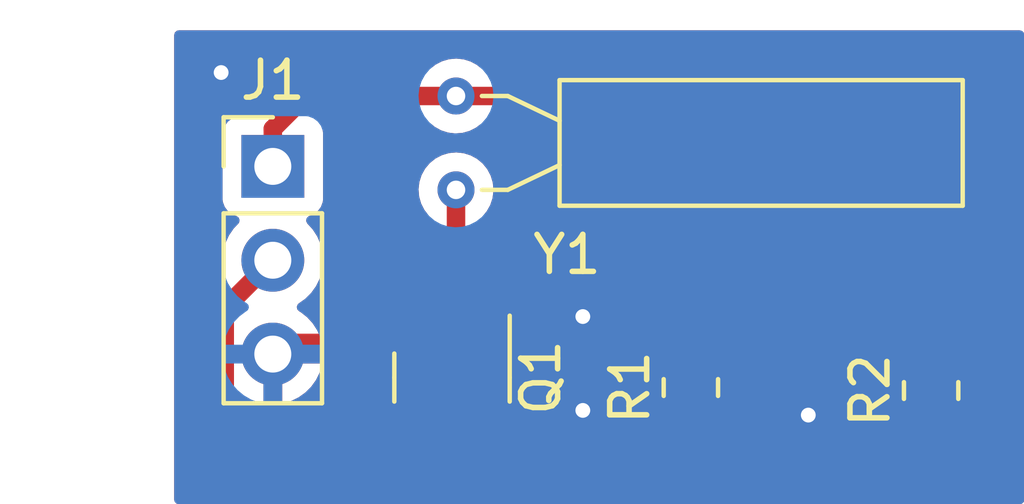
<source format=kicad_pcb>
(kicad_pcb (version 20211014) (generator pcbnew)
  (layers (0 "F.Cu" signal) (31 "B.Cu" signal) (34 "B.Paste" user) (35 "F.Paste" user) (36 "B.SilkS" user "B.Silkscreen") (37 "F.SilkS" user "F.Silkscreen") (38 "B.Mask" user) (39 "F.Mask" user) (44 "Edge.Cuts" user))
  (net 0 "")
  (net 1 "Net-(R1-Pad2)")
  (net 2 "GND")
  (net 3 "/ALARM_CTRL")
  (net 4 "+3V3")
  (net 5 "Net-(R2-Pad2)")
  (footprint "Resistor_SMD:R_0805_2012Metric_Pad1.20x1.40mm_HandSolder" (layer "F.Cu") (at 138.957 87.473 90)
    (fp_text reference "R2" (at 0 -1.65 90) (layer "F.SilkS"))
    (fp_text value "1k")
    (fp_line (start -0.227064 0.735) (end 0.227064 0.735) (layer "F.SilkS") (width 0.12))
    (fp_line (start -0.227064 -0.735) (end 0.227064 -0.735) (layer "F.SilkS") (width 0.12))
    (pad "1" smd roundrect (at -1 0 90) (size 1.2 1.4) (layers "F.Cu" "F.Paste" "F.Mask") (roundrect_rratio 0.208333) (net 4 "+3V3"))
    (pad "2" smd roundrect (at 1 0 90) (size 1.2 1.4) (layers "F.Cu" "F.Paste" "F.Mask") (roundrect_rratio 0.208333) (net 5 "Net-(R2-Pad2)"))
  )
  (footprint "Resistor_SMD:R_0805_2012Metric_Pad1.20x1.40mm_HandSolder" (layer "F.Cu") (at 132.461 87.392 90)
    (fp_text reference "R1" (at 0 -1.65 90) (layer "F.SilkS"))
    (fp_text value "R_US")
    (fp_line (start -0.227064 -0.735) (end 0.227064 -0.735) (layer "F.SilkS") (width 0.12))
    (fp_line (start -0.227064 0.735) (end 0.227064 0.735) (layer "F.SilkS") (width 0.12))
    (pad "1" smd roundrect (at -1 0 90) (size 1.2 1.4) (layers "F.Cu" "F.Paste" "F.Mask") (roundrect_rratio 0.208333) (net 3 "/ALARM_CTRL"))
    (pad "2" smd roundrect (at 1 0 90) (size 1.2 1.4) (layers "F.Cu" "F.Paste" "F.Mask") (roundrect_rratio 0.208333) (net 1 "Net-(R1-Pad2)"))
  )
  (footprint "Package_TO_SOT_SMD:SOT-23" (layer "F.Cu") (at 126.003 87.122 -90)
    (fp_text reference "Q1" (at 0 -2.4 90) (layer "F.SilkS"))
    (fp_text value "Q_NMOS_GSD")
    (fp_line (start 0 1.56) (end 0.65 1.56) (layer "F.SilkS") (width 0.12))
    (fp_line (start 0 -1.56) (end 0.65 -1.56) (layer "F.SilkS") (width 0.12))
    (fp_line (start 0 -1.56) (end -1.675 -1.56) (layer "F.SilkS") (width 0.12))
    (fp_line (start 0 1.56) (end -0.65 1.56) (layer "F.SilkS") (width 0.12))
    (pad "1" smd roundrect (at -0.9375 -0.95 270) (size 1.475 0.6) (layers "F.Cu" "F.Paste" "F.Mask") (net 1 "Net-(R1-Pad2)"))
    (pad "2" smd roundrect (at -0.9375 0.95 270) (size 1.475 0.6) (layers "F.Cu" "F.Paste" "F.Mask") (net 2 "GND"))
    (pad "3" smd roundrect (at 0.9375 0 270) (size 1.475 0.6) (layers "F.Cu" "F.Paste" "F.Mask") (net 5 "Net-(R2-Pad2)"))
  )
  (footprint "Connector_PinHeader_2.54mm:PinHeader_1x03_P2.54mm_Vertical" (layer "F.Cu") (at 121.158 81.407)
    (fp_text reference "J1" (at 0 -2.33) (layer "F.SilkS"))
    (fp_text value "Conn_01x03_Male")
    (fp_line (start -1.33 1.27) (end -1.33 6.41) (layer "F.SilkS") (width 0.12))
    (fp_line (start 1.33 1.27) (end 1.33 6.41) (layer "F.SilkS") (width 0.12))
    (fp_line (start -1.33 -1.33) (end 0 -1.33) (layer "F.SilkS") (width 0.12))
    (fp_line (start -1.33 1.27) (end 1.33 1.27) (layer "F.SilkS") (width 0.12))
    (fp_line (start -1.33 6.41) (end 1.33 6.41) (layer "F.SilkS") (width 0.12))
    (fp_line (start -1.33 0) (end -1.33 -1.33) (layer "F.SilkS") (width 0.12))
    (pad "1" thru_hole rect (at 0 0) (size 1.7 1.7) (drill 1) (layers *.Cu *.Mask) (net 4 "+3V3"))
    (pad "2" thru_hole oval (at 0 2.54) (size 1.7 1.7) (drill 1) (layers *.Cu *.Mask) (net 3 "/ALARM_CTRL"))
    (pad "3" thru_hole oval (at 0 5.08) (size 1.7 1.7) (drill 1) (layers *.Cu *.Mask) (net 2 "GND"))
  )
  (footprint "Crystal:Crystal_AT310_D3.0mm_L10.0mm_Horizontal" (layer "F.Cu") (at 126.111 82.042 90)
    (fp_text reference "Y1" (at -1.75 3) (layer "F.SilkS"))
    (fp_text value "Piezo Buzzer")
    (fp_line (start 1.87 2.8) (end 2.54 1.4) (layer "F.SilkS") (width 0.12))
    (fp_line (start 2.54 1.4) (end 2.54 0.7) (layer "F.SilkS") (width 0.12))
    (fp_line (start 0 1.4) (end 0 0.7) (layer "F.SilkS") (width 0.12))
    (fp_line (start 2.97 13.7) (end 2.97 2.8) (layer "F.SilkS") (width 0.12))
    (fp_line (start 0.67 2.8) (end 0 1.4) (layer "F.SilkS") (width 0.12))
    (fp_line (start -0.43 13.7) (end 2.97 13.7) (layer "F.SilkS") (width 0.12))
    (fp_line (start -0.43 2.8) (end -0.43 13.7) (layer "F.SilkS") (width 0.12))
    (fp_line (start 2.97 2.8) (end -0.43 2.8) (layer "F.SilkS") (width 0.12))
    (pad "1" thru_hole circle (at 0 0 90) (size 1 1) (drill 0.5) (layers *.Cu *.Mask) (net 5 "Net-(R2-Pad2)"))
    (pad "2" thru_hole circle (at 2.54 0 90) (size 1 1) (drill 0.5) (layers *.Cu *.Mask) (net 4 "+3V3"))
  )
  (segment (start 127.1605 86.392) (end 126.953 86.1845) (width 0.5) (layer "F.Cu") (net 1))
  (segment (start 132.461 86.392) (end 127.1605 86.392) (width 0.5) (layer "F.Cu") (net 1))
  (segment (start 121.4605 86.1845) (end 121.158 86.487) (width 0.5) (layer "F.Cu") (net 2))
  (segment (start 125.053 86.1845) (end 121.4605 86.1845) (width 0.5) (layer "F.Cu") (net 2))
  (via (at 129.54 85.471) (size 0.8) (drill 0.4) (layers "F.Cu" "B.Cu") (net 2))
  (via (at 119.761 78.867) (size 0.8) (drill 0.4) (layers "F.Cu" "B.Cu") (net 2))
  (via (at 129.54 88.011) (size 0.8) (drill 0.4) (layers "F.Cu" "B.Cu") (net 2))
  (via (at 135.636 88.138) (size 0.8) (drill 0.4) (layers "F.Cu" "B.Cu") (net 2))
  (segment (start 119.858489 89.378489) (end 119.888 89.408) (width 0.5) (layer "F.Cu") (net 3))
  (segment (start 119.888 89.408) (end 131.445 89.408) (width 0.5) (layer "F.Cu") (net 3))
  (segment (start 121.158 83.947) (end 119.858489 85.246511) (width 0.5) (layer "F.Cu") (net 3))
  (segment (start 131.445 89.408) (end 132.461 88.392) (width 0.5) (layer "F.Cu") (net 3))
  (segment (start 119.858489 85.246511) (end 119.858489 89.378489) (width 0.5) (layer "F.Cu") (net 3))
  (segment (start 139.003 88.519) (end 138.957 88.473) (width 0.5) (layer "F.Cu") (net 4))
  (segment (start 122.047 79.502) (end 126.111 79.502) (width 0.5) (layer "F.Cu") (net 4))
  (segment (start 140.589 84.074) (end 140.589 88.519) (width 0.5) (layer "F.Cu") (net 4))
  (segment (start 136.017 79.502) (end 140.589 84.074) (width 0.5) (layer "F.Cu") (net 4))
  (segment (start 121.158 81.407) (end 121.158 80.391) (width 0.5) (layer "F.Cu") (net 4))
  (segment (start 140.589 88.519) (end 139.003 88.519) (width 0.5) (layer "F.Cu") (net 4))
  (segment (start 126.111 79.502) (end 136.017 79.502) (width 0.5) (layer "F.Cu") (net 4))
  (segment (start 121.158 80.391) (end 122.047 79.502) (width 0.5) (layer "F.Cu") (net 4))
  (segment (start 126.003 88.0595) (end 126.003 84.69) (width 0.5) (layer "F.Cu") (net 5))
  (segment (start 126.003 84.69) (end 126.111 84.582) (width 0.5) (layer "F.Cu") (net 5))
  (segment (start 126.111 84.582) (end 126.111 82.042) (width 0.5) (layer "F.Cu") (net 5))
  (segment (start 137.066 84.582) (end 138.957 86.473) (width 0.5) (layer "F.Cu") (net 5))
  (segment (start 126.111 84.582) (end 137.066 84.582) (width 0.5) (layer "F.Cu") (net 5))
  (zone (net 2) (net_name "GND") (layers F&B.Cu) (connect_pads (clearance 0.508)) (min_thickness 0.254) (fill yes (thermal_gap 0.508) (thermal_bridge_width 0.508))
    (polygon (pts (xy 141.478 77.724) (xy 141.478 90.551) (xy 118.491 90.551) (xy 118.491 77.724)))
  )
)
</source>
